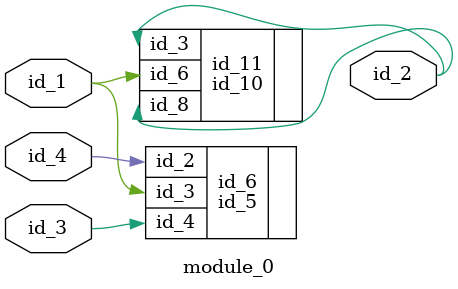
<source format=v>
module module_0 (
    id_1,
    id_2,
    id_3,
    id_4
);
  input id_4;
  input id_3;
  output id_2;
  input id_1;
  id_5 id_6 (
      .id_2(id_4),
      .id_3(id_1),
      .id_4(id_3)
  );
  id_7 id_8 (
      .id_6(id_4),
      .id_6(id_1),
      .id_2(id_9),
      .id_6(1)
  );
  id_10 id_11 (
      .id_6(id_1),
      .id_3(id_2),
      .id_8(id_2)
  );
endmodule

</source>
